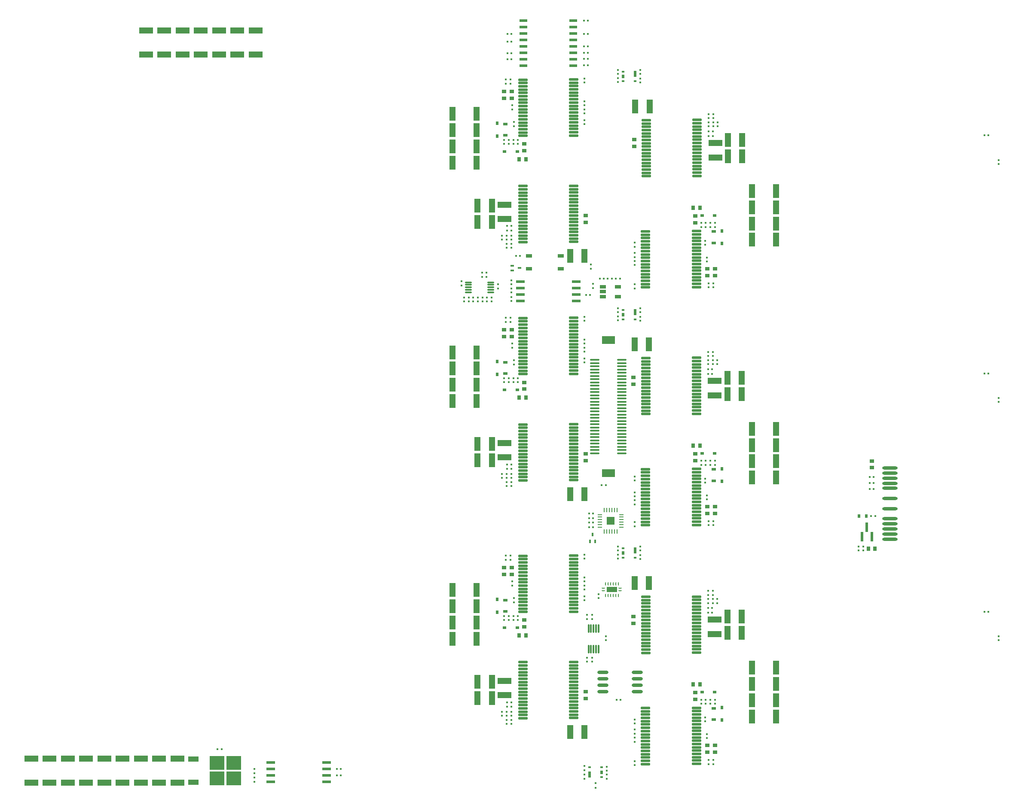
<source format=gtp>
G04*
G04 #@! TF.GenerationSoftware,Altium Limited,Altium Designer,24.9.1 (31)*
G04*
G04 Layer_Color=8421504*
%FSLAX44Y44*%
%MOMM*%
G71*
G04*
G04 #@! TF.SameCoordinates,25B5EA7A-0A89-4A72-9C9E-8463CCD4450D*
G04*
G04*
G04 #@! TF.FilePolarity,Positive*
G04*
G01*
G75*
%ADD17R,2.1000X1.1000*%
%ADD18R,3.0000X2.7000*%
%ADD19R,3.0000X2.7000*%
%ADD20R,0.6000X1.9000*%
%ADD21R,0.6000X0.8000*%
%ADD22R,0.7000X0.8500*%
%ADD23R,0.4500X0.4500*%
%ADD24R,0.4500X0.4500*%
%ADD25R,0.8500X0.7000*%
%ADD26O,3.0000X0.6000*%
%ADD27O,2.2000X0.6000*%
%ADD28R,0.4000X0.7500*%
%ADD29R,0.7500X0.4000*%
%ADD30O,1.4500X0.3000*%
%ADD31R,1.2000X0.8000*%
%ADD32R,1.8000X0.6000*%
%ADD33R,1.2500X2.7000*%
%ADD34R,0.8300X0.6300*%
%ADD35R,0.8000X0.6000*%
%ADD36R,2.7000X1.2500*%
%ADD37R,0.9500X0.8000*%
%ADD38R,0.8000X0.9500*%
G04:AMPARAMS|DCode=39|XSize=0.65mm|YSize=1.2mm|CornerRadius=0.0488mm|HoleSize=0mm|Usage=FLASHONLY|Rotation=90.000|XOffset=0mm|YOffset=0mm|HoleType=Round|Shape=RoundedRectangle|*
%AMROUNDEDRECTD39*
21,1,0.6500,1.1025,0,0,90.0*
21,1,0.5525,1.2000,0,0,90.0*
1,1,0.0975,0.5513,0.2763*
1,1,0.0975,0.5513,-0.2763*
1,1,0.0975,-0.5513,-0.2763*
1,1,0.0975,-0.5513,0.2763*
%
%ADD39ROUNDEDRECTD39*%
%ADD40R,1.6500X0.6000*%
%ADD41O,0.3000X1.7000*%
G04:AMPARAMS|DCode=42|XSize=0.25mm|YSize=0.6mm|CornerRadius=0.0625mm|HoleSize=0mm|Usage=FLASHONLY|Rotation=180.000|XOffset=0mm|YOffset=0mm|HoleType=Round|Shape=RoundedRectangle|*
%AMROUNDEDRECTD42*
21,1,0.2500,0.4750,0,0,180.0*
21,1,0.1250,0.6000,0,0,180.0*
1,1,0.1250,-0.0625,0.2375*
1,1,0.1250,0.0625,0.2375*
1,1,0.1250,0.0625,-0.2375*
1,1,0.1250,-0.0625,-0.2375*
%
%ADD42ROUNDEDRECTD42*%
G04:AMPARAMS|DCode=43|XSize=0.25mm|YSize=0.6mm|CornerRadius=0.0625mm|HoleSize=0mm|Usage=FLASHONLY|Rotation=270.000|XOffset=0mm|YOffset=0mm|HoleType=Round|Shape=RoundedRectangle|*
%AMROUNDEDRECTD43*
21,1,0.2500,0.4750,0,0,270.0*
21,1,0.1250,0.6000,0,0,270.0*
1,1,0.1250,-0.2375,-0.0625*
1,1,0.1250,-0.2375,0.0625*
1,1,0.1250,0.2375,0.0625*
1,1,0.1250,0.2375,-0.0625*
%
%ADD43ROUNDEDRECTD43*%
%ADD44R,2.0000X1.0000*%
%ADD45O,0.2400X0.9000*%
%ADD46O,0.9000X0.2400*%
%ADD47R,0.5000X0.4000*%
%ADD48R,0.5000X0.7500*%
%ADD49R,0.5000X1.3000*%
G04:AMPARAMS|DCode=50|XSize=0.45mm|YSize=1.9mm|CornerRadius=0.1125mm|HoleSize=0mm|Usage=FLASHONLY|Rotation=90.000|XOffset=0mm|YOffset=0mm|HoleType=Round|Shape=RoundedRectangle|*
%AMROUNDEDRECTD50*
21,1,0.4500,1.6750,0,0,90.0*
21,1,0.2250,1.9000,0,0,90.0*
1,1,0.2250,0.8375,0.1125*
1,1,0.2250,0.8375,-0.1125*
1,1,0.2250,-0.8375,-0.1125*
1,1,0.2250,-0.8375,0.1125*
%
%ADD50ROUNDEDRECTD50*%
G04:AMPARAMS|DCode=51|XSize=0.35mm|YSize=1.8mm|CornerRadius=0.0875mm|HoleSize=0mm|Usage=FLASHONLY|Rotation=90.000|XOffset=0mm|YOffset=0mm|HoleType=Round|Shape=RoundedRectangle|*
%AMROUNDEDRECTD51*
21,1,0.3500,1.6250,0,0,90.0*
21,1,0.1750,1.8000,0,0,90.0*
1,1,0.1750,0.8125,0.0875*
1,1,0.1750,0.8125,-0.0875*
1,1,0.1750,-0.8125,-0.0875*
1,1,0.1750,-0.8125,0.0875*
%
%ADD51ROUNDEDRECTD51*%
%ADD52R,2.6000X1.6000*%
G36*
X12000Y-233000D02*
X-3000D01*
Y-218000D01*
X12000D01*
Y-233000D01*
D02*
G37*
D17*
X-817798Y-695201D02*
D03*
X-817798Y-740800D02*
D03*
D18*
X-738304Y-702996D02*
D03*
X-738304Y-732995D02*
D03*
D19*
X-771299Y-702998D02*
D03*
X-771299Y-732998D02*
D03*
D20*
X509400Y-237800D02*
D03*
X519000Y-257000D02*
D03*
X499800D02*
D03*
D21*
X508000Y-216000D02*
D03*
X494000D02*
D03*
X-219000Y558500D02*
D03*
Y533500D02*
D03*
Y63500D02*
D03*
Y88500D02*
D03*
Y-380500D02*
D03*
Y-405500D02*
D03*
X224000Y321500D02*
D03*
Y346500D02*
D03*
Y-122500D02*
D03*
Y-147500D02*
D03*
Y-593500D02*
D03*
Y-618500D02*
D03*
D22*
X512750Y-280000D02*
D03*
X525250D02*
D03*
D23*
X769000Y478000D02*
D03*
Y486000D02*
D03*
Y9000D02*
D03*
Y17000D02*
D03*
X769000Y-461000D02*
D03*
Y-453000D02*
D03*
X493000Y-284000D02*
D03*
Y-276000D02*
D03*
X502000Y-276000D02*
D03*
Y-284000D02*
D03*
X-230000Y207000D02*
D03*
Y215000D02*
D03*
X-239000Y215000D02*
D03*
Y207000D02*
D03*
X-266000Y207000D02*
D03*
Y215000D02*
D03*
X-275000Y215000D02*
D03*
Y207000D02*
D03*
X-248000Y207000D02*
D03*
Y215000D02*
D03*
X-257000Y215000D02*
D03*
Y207000D02*
D03*
X-289000Y239000D02*
D03*
Y247000D02*
D03*
X-217000Y241000D02*
D03*
Y233000D02*
D03*
X-249000Y256000D02*
D03*
Y264000D02*
D03*
X-191000Y249000D02*
D03*
Y241000D02*
D03*
X-240000Y256000D02*
D03*
Y264000D02*
D03*
X-284000Y207000D02*
D03*
Y215000D02*
D03*
X-34000Y272000D02*
D03*
Y280000D02*
D03*
X-30000Y242000D02*
D03*
Y234000D02*
D03*
X-191000Y216000D02*
D03*
Y208000D02*
D03*
Y233000D02*
D03*
Y225000D02*
D03*
X-200250Y313000D02*
D03*
Y321000D02*
D03*
Y337000D02*
D03*
Y329000D02*
D03*
X-209250Y337000D02*
D03*
Y329000D02*
D03*
X-178000Y518000D02*
D03*
Y526000D02*
D03*
X-196000D02*
D03*
Y518000D02*
D03*
X-191250Y321000D02*
D03*
Y313000D02*
D03*
Y329000D02*
D03*
Y337000D02*
D03*
X-202000Y645000D02*
D03*
Y637000D02*
D03*
X-193000Y645000D02*
D03*
Y637000D02*
D03*
X-189000Y594000D02*
D03*
Y586000D02*
D03*
X-186000Y553000D02*
D03*
Y561000D02*
D03*
X-187000Y518000D02*
D03*
Y526000D02*
D03*
X-205000Y518000D02*
D03*
Y526000D02*
D03*
X-200250Y-157000D02*
D03*
Y-149000D02*
D03*
Y-133000D02*
D03*
Y-141000D02*
D03*
X-209250Y-133000D02*
D03*
Y-141000D02*
D03*
X-178000Y48000D02*
D03*
Y56000D02*
D03*
X-196000Y48000D02*
D03*
Y56000D02*
D03*
X-191250Y-149000D02*
D03*
Y-157000D02*
D03*
Y-141000D02*
D03*
Y-133000D02*
D03*
X-202000Y175000D02*
D03*
Y167000D02*
D03*
X-193000Y175000D02*
D03*
Y167000D02*
D03*
X-189000Y124000D02*
D03*
Y116000D02*
D03*
X-186000Y83000D02*
D03*
Y91000D02*
D03*
X-187000Y48000D02*
D03*
Y56000D02*
D03*
X-205000Y48000D02*
D03*
Y56000D02*
D03*
X-47000Y565000D02*
D03*
Y557000D02*
D03*
Y95000D02*
D03*
Y87000D02*
D03*
Y-374000D02*
D03*
Y-382000D02*
D03*
X52000Y315000D02*
D03*
Y323000D02*
D03*
Y-146000D02*
D03*
Y-138000D02*
D03*
Y-625000D02*
D03*
Y-617000D02*
D03*
X-47000Y594000D02*
D03*
Y602000D02*
D03*
Y124000D02*
D03*
Y132000D02*
D03*
Y-345000D02*
D03*
Y-337000D02*
D03*
X52000Y287000D02*
D03*
Y279000D02*
D03*
Y-185000D02*
D03*
Y-193000D02*
D03*
Y-653000D02*
D03*
Y-661000D02*
D03*
X-3000Y-726000D02*
D03*
Y-734000D02*
D03*
X19000Y656000D02*
D03*
Y664000D02*
D03*
Y186000D02*
D03*
Y194000D02*
D03*
Y-276000D02*
D03*
Y-284000D02*
D03*
X-47000Y-734000D02*
D03*
Y-726000D02*
D03*
X63000Y664000D02*
D03*
Y656000D02*
D03*
Y194000D02*
D03*
Y186000D02*
D03*
Y-284000D02*
D03*
Y-276000D02*
D03*
X206750Y576498D02*
D03*
Y568498D02*
D03*
X205750Y107498D02*
D03*
Y99498D02*
D03*
X-200250Y-626000D02*
D03*
Y-618000D02*
D03*
X205750Y-371502D02*
D03*
Y-363502D02*
D03*
X206750Y552498D02*
D03*
Y560498D02*
D03*
X205750Y83498D02*
D03*
Y91498D02*
D03*
X-200250Y-602000D02*
D03*
Y-610000D02*
D03*
X205750Y-379502D02*
D03*
Y-387502D02*
D03*
X215750Y552498D02*
D03*
Y560498D02*
D03*
X214750Y83498D02*
D03*
Y91498D02*
D03*
X-209250Y-602000D02*
D03*
Y-610000D02*
D03*
X214750Y-379502D02*
D03*
Y-387502D02*
D03*
X-178000Y-421000D02*
D03*
Y-413000D02*
D03*
X183000Y362000D02*
D03*
Y354000D02*
D03*
Y-107000D02*
D03*
Y-115000D02*
D03*
Y-578000D02*
D03*
Y-586000D02*
D03*
X-196000Y-413000D02*
D03*
Y-421000D02*
D03*
X201000Y354000D02*
D03*
Y362000D02*
D03*
Y-107000D02*
D03*
Y-115000D02*
D03*
Y-578000D02*
D03*
Y-586000D02*
D03*
X-5000Y-461000D02*
D03*
Y-453000D02*
D03*
X-19000Y-370000D02*
D03*
Y-378000D02*
D03*
X-32000Y-495000D02*
D03*
Y-503000D02*
D03*
X-42000Y-495000D02*
D03*
Y-503000D02*
D03*
Y-419000D02*
D03*
Y-411000D02*
D03*
X-32000D02*
D03*
Y-419000D02*
D03*
X-3000Y-710000D02*
D03*
Y-718000D02*
D03*
X19000Y640000D02*
D03*
Y648000D02*
D03*
Y170000D02*
D03*
Y178000D02*
D03*
Y-292000D02*
D03*
Y-300000D02*
D03*
X-47000Y-709000D02*
D03*
Y-717000D02*
D03*
X63000Y639000D02*
D03*
Y647000D02*
D03*
Y169000D02*
D03*
Y177000D02*
D03*
Y-293000D02*
D03*
Y-301000D02*
D03*
X197750Y568498D02*
D03*
Y576498D02*
D03*
X196750Y99498D02*
D03*
Y107498D02*
D03*
X-191250Y-618000D02*
D03*
Y-626000D02*
D03*
X196750Y-363502D02*
D03*
Y-371502D02*
D03*
X197750Y560498D02*
D03*
Y552498D02*
D03*
X196750Y91498D02*
D03*
Y83498D02*
D03*
X-191250Y-610000D02*
D03*
Y-602000D02*
D03*
X196750Y-387502D02*
D03*
Y-379502D02*
D03*
X-202000Y-294000D02*
D03*
Y-302000D02*
D03*
X207000Y235000D02*
D03*
Y243000D02*
D03*
Y-234000D02*
D03*
Y-226000D02*
D03*
Y-705000D02*
D03*
Y-697000D02*
D03*
X-193000Y-294000D02*
D03*
Y-302000D02*
D03*
X198000Y235000D02*
D03*
Y243000D02*
D03*
Y-234000D02*
D03*
Y-226000D02*
D03*
Y-705000D02*
D03*
Y-697000D02*
D03*
X-47000Y639000D02*
D03*
Y647000D02*
D03*
Y177000D02*
D03*
Y169000D02*
D03*
Y-300000D02*
D03*
Y-292000D02*
D03*
X52000Y241000D02*
D03*
Y233000D02*
D03*
Y-236000D02*
D03*
Y-228000D02*
D03*
Y-707000D02*
D03*
Y-699000D02*
D03*
X-47000Y586000D02*
D03*
Y578000D02*
D03*
Y108000D02*
D03*
Y116000D02*
D03*
Y-353000D02*
D03*
Y-361000D02*
D03*
X52000Y295000D02*
D03*
Y303000D02*
D03*
Y-169000D02*
D03*
Y-177000D02*
D03*
Y-637000D02*
D03*
Y-645000D02*
D03*
X-189000Y-345000D02*
D03*
Y-353000D02*
D03*
X194000Y286000D02*
D03*
Y294000D02*
D03*
Y-183000D02*
D03*
Y-175000D02*
D03*
Y-654000D02*
D03*
Y-646000D02*
D03*
X-186000Y-386000D02*
D03*
Y-378000D02*
D03*
X191000Y327000D02*
D03*
Y319000D02*
D03*
Y-142000D02*
D03*
Y-150000D02*
D03*
Y-613000D02*
D03*
Y-621000D02*
D03*
X-187000Y-421000D02*
D03*
Y-413000D02*
D03*
X192000Y362000D02*
D03*
Y354000D02*
D03*
Y-107000D02*
D03*
Y-115000D02*
D03*
Y-578000D02*
D03*
Y-586000D02*
D03*
X-205000Y-421000D02*
D03*
Y-413000D02*
D03*
X210000Y362000D02*
D03*
Y354000D02*
D03*
Y-107000D02*
D03*
Y-115000D02*
D03*
Y-578000D02*
D03*
Y-586000D02*
D03*
X-697000Y-732000D02*
D03*
Y-740000D02*
D03*
Y-723000D02*
D03*
Y-715000D02*
D03*
D24*
X526000Y-216000D02*
D03*
X518000D02*
D03*
X515000Y-139000D02*
D03*
X523000D02*
D03*
X741000Y-405000D02*
D03*
X749000D02*
D03*
X515000Y-151000D02*
D03*
X523000D02*
D03*
X741000Y65000D02*
D03*
X749000D02*
D03*
X515000Y-163000D02*
D03*
X523000D02*
D03*
X741000Y535000D02*
D03*
X749000D02*
D03*
X24000Y-578000D02*
D03*
X16000D02*
D03*
X-36000Y220000D02*
D03*
X-44000D02*
D03*
X-182000Y297000D02*
D03*
X-174000D02*
D03*
X-191250Y347000D02*
D03*
X-199250D02*
D03*
X-191250Y356000D02*
D03*
X-199250D02*
D03*
X-191250Y-123000D02*
D03*
X-199250D02*
D03*
X-191250Y-114000D02*
D03*
X-199250D02*
D03*
X-9000Y252000D02*
D03*
X-17000D02*
D03*
X7000D02*
D03*
X-1000D02*
D03*
X15000D02*
D03*
X23000D02*
D03*
X-40000Y673000D02*
D03*
X-48000D02*
D03*
X-40000Y698000D02*
D03*
X-48000D02*
D03*
X-191000Y685000D02*
D03*
X-199000D02*
D03*
X-48000Y735000D02*
D03*
X-40000D02*
D03*
X-38000Y-211000D02*
D03*
X-30000D02*
D03*
X-38000Y-238000D02*
D03*
X-30000D02*
D03*
X-38000Y-229000D02*
D03*
X-30000D02*
D03*
X197750Y542498D02*
D03*
X205750D02*
D03*
X196750Y73498D02*
D03*
X204750D02*
D03*
X-191250Y-592000D02*
D03*
X-199250D02*
D03*
X204750Y-397502D02*
D03*
X196750D02*
D03*
X197750Y533498D02*
D03*
X205750D02*
D03*
X196750Y64498D02*
D03*
X204750D02*
D03*
X-191250Y-583000D02*
D03*
X-199250D02*
D03*
X204750Y-406502D02*
D03*
X196750D02*
D03*
X-25000Y-751500D02*
D03*
Y-742500D02*
D03*
X-5000Y-155000D02*
D03*
X-13000D02*
D03*
X-199000Y697000D02*
D03*
X-191000D02*
D03*
X-40000Y686000D02*
D03*
X-48000D02*
D03*
X-199000Y720000D02*
D03*
X-191000D02*
D03*
X-48000Y710000D02*
D03*
X-40000D02*
D03*
X-48000Y761000D02*
D03*
X-40000D02*
D03*
X-199000Y735000D02*
D03*
X-191000D02*
D03*
X-30000Y-220000D02*
D03*
X-38000D02*
D03*
X-527000Y-715000D02*
D03*
X-535000D02*
D03*
X-770000Y-676000D02*
D03*
X-762000D02*
D03*
X-527000Y-727000D02*
D03*
X-535000D02*
D03*
D25*
X519000Y-120250D02*
D03*
Y-107750D02*
D03*
D26*
X555000Y-131300D02*
D03*
Y-151300D02*
D03*
Y-231300D02*
D03*
Y-251300D02*
D03*
Y-121300D02*
D03*
Y-141300D02*
D03*
Y-161300D02*
D03*
Y-181300D02*
D03*
Y-201300D02*
D03*
Y-221300D02*
D03*
Y-241300D02*
D03*
Y-261300D02*
D03*
D27*
X57000Y-562050D02*
D03*
Y-549350D02*
D03*
Y-536650D02*
D03*
Y-523950D02*
D03*
X-11000Y-562050D02*
D03*
Y-549350D02*
D03*
Y-536650D02*
D03*
Y-523950D02*
D03*
D28*
X-31000Y-252000D02*
D03*
X-26000Y-266000D02*
D03*
X-36000D02*
D03*
D29*
X-175000Y273000D02*
D03*
X-189000Y268000D02*
D03*
Y278000D02*
D03*
D30*
X-232000Y245000D02*
D03*
Y240000D02*
D03*
Y235000D02*
D03*
Y230000D02*
D03*
Y225000D02*
D03*
X-276000D02*
D03*
Y230000D02*
D03*
Y235000D02*
D03*
Y240000D02*
D03*
Y245000D02*
D03*
D31*
X-93500Y296700D02*
D03*
Y271300D02*
D03*
X-156500D02*
D03*
Y296700D02*
D03*
D32*
X-63000Y207950D02*
D03*
X-173000D02*
D03*
Y220650D02*
D03*
X-63000D02*
D03*
Y233350D02*
D03*
Y246050D02*
D03*
X-173000D02*
D03*
Y233350D02*
D03*
X-555000Y-740050D02*
D03*
X-665000D02*
D03*
Y-727350D02*
D03*
X-555000D02*
D03*
Y-714650D02*
D03*
Y-701950D02*
D03*
X-665000D02*
D03*
Y-714650D02*
D03*
D33*
X-260000Y577000D02*
D03*
X-307000D02*
D03*
Y481000D02*
D03*
X-260000D02*
D03*
X-307000Y513000D02*
D03*
X-260000D02*
D03*
Y545000D02*
D03*
X-307000D02*
D03*
X-229000Y396000D02*
D03*
X-257500D02*
D03*
X-257500Y364000D02*
D03*
X-229000D02*
D03*
X-260000Y107000D02*
D03*
X-307000D02*
D03*
Y11000D02*
D03*
X-260000D02*
D03*
X-307000Y43000D02*
D03*
X-260000D02*
D03*
Y75000D02*
D03*
X-307000D02*
D03*
X-229000Y-74000D02*
D03*
X-257500D02*
D03*
X-257500Y-106000D02*
D03*
X-229000D02*
D03*
X-260000Y-362000D02*
D03*
X-307000D02*
D03*
X283500Y329000D02*
D03*
X330500D02*
D03*
X283500Y-140000D02*
D03*
X330500D02*
D03*
X283500Y-611000D02*
D03*
X330500D02*
D03*
X-307000Y-458000D02*
D03*
X-260000D02*
D03*
X330500Y425000D02*
D03*
X283500D02*
D03*
X330500Y-44000D02*
D03*
X283500D02*
D03*
X330500Y-515000D02*
D03*
X283500D02*
D03*
X-307000Y-426000D02*
D03*
X-260000D02*
D03*
X330500Y393000D02*
D03*
X283500D02*
D03*
X330500Y-76000D02*
D03*
X283500D02*
D03*
X330500Y-547000D02*
D03*
X283500D02*
D03*
X-260000Y-394000D02*
D03*
X-307000D02*
D03*
X283500Y361000D02*
D03*
X330500D02*
D03*
X283500Y-108000D02*
D03*
X330500D02*
D03*
X283500Y-579000D02*
D03*
X330500D02*
D03*
X235500Y493498D02*
D03*
X264000D02*
D03*
X234500Y24498D02*
D03*
X263000D02*
D03*
X-229000Y-543000D02*
D03*
X-257500D02*
D03*
X234500Y-446502D02*
D03*
X263000D02*
D03*
X-46750Y297000D02*
D03*
X-75250D02*
D03*
X52750Y592000D02*
D03*
X81250D02*
D03*
X-46750Y-173000D02*
D03*
X-75250D02*
D03*
X51750Y123000D02*
D03*
X80250D02*
D03*
X-46750Y-642000D02*
D03*
X-75250D02*
D03*
X51750Y-348000D02*
D03*
X80250D02*
D03*
X264000Y525498D02*
D03*
X235500D02*
D03*
X263000Y56498D02*
D03*
X234500D02*
D03*
X-257500Y-575000D02*
D03*
X-229000D02*
D03*
X263000Y-414502D02*
D03*
X234500D02*
D03*
D34*
X-203000Y534850D02*
D03*
Y557150D02*
D03*
Y64850D02*
D03*
Y87150D02*
D03*
Y-404150D02*
D03*
Y-381850D02*
D03*
X208000Y345150D02*
D03*
Y322850D02*
D03*
Y-123850D02*
D03*
Y-146150D02*
D03*
Y-594850D02*
D03*
Y-617150D02*
D03*
D35*
X-179500Y503000D02*
D03*
X-204500D02*
D03*
X-179500Y33000D02*
D03*
X-204500D02*
D03*
X-179500Y-436000D02*
D03*
X-204500D02*
D03*
X184500Y377000D02*
D03*
X209500D02*
D03*
Y-92000D02*
D03*
X184500D02*
D03*
X209500Y-563000D02*
D03*
X184500D02*
D03*
D36*
X-204250Y398250D02*
D03*
Y369750D02*
D03*
Y-71750D02*
D03*
Y-100250D02*
D03*
X210750Y491248D02*
D03*
Y519748D02*
D03*
X209750Y22248D02*
D03*
Y50748D02*
D03*
X-204250Y-540750D02*
D03*
Y-569250D02*
D03*
X209750Y-448752D02*
D03*
Y-420252D02*
D03*
X-1137000Y-741500D02*
D03*
Y-694500D02*
D03*
X-1101000Y-741500D02*
D03*
Y-694500D02*
D03*
X-921000Y-741500D02*
D03*
Y-694500D02*
D03*
X-957000D02*
D03*
Y-741500D02*
D03*
X-993000D02*
D03*
Y-694500D02*
D03*
X-1029000D02*
D03*
Y-741500D02*
D03*
X-1065000D02*
D03*
Y-694500D02*
D03*
X-849000Y-741500D02*
D03*
Y-694500D02*
D03*
X-885000D02*
D03*
Y-741500D02*
D03*
X-695000Y741500D02*
D03*
Y694500D02*
D03*
X-731000D02*
D03*
Y741500D02*
D03*
X-767000D02*
D03*
Y694500D02*
D03*
X-803000D02*
D03*
Y741500D02*
D03*
X-839000D02*
D03*
Y694500D02*
D03*
X-875000D02*
D03*
Y741500D02*
D03*
X-911000D02*
D03*
Y694500D02*
D03*
D37*
X-205000Y608250D02*
D03*
Y621750D02*
D03*
X-190000Y608250D02*
D03*
Y621750D02*
D03*
X-166000Y504250D02*
D03*
Y517750D02*
D03*
X-205000Y138250D02*
D03*
Y151750D02*
D03*
X-190000Y138250D02*
D03*
Y151750D02*
D03*
X-166000Y34250D02*
D03*
Y47750D02*
D03*
X-44250Y363250D02*
D03*
Y376750D02*
D03*
X50750Y526248D02*
D03*
Y512748D02*
D03*
X-44250Y-106750D02*
D03*
Y-93250D02*
D03*
X49750Y57248D02*
D03*
Y43748D02*
D03*
X-44250Y-575750D02*
D03*
Y-562250D02*
D03*
X49750Y-413752D02*
D03*
Y-427252D02*
D03*
X-205000Y-330750D02*
D03*
Y-317250D02*
D03*
X210000Y271750D02*
D03*
Y258250D02*
D03*
Y-197250D02*
D03*
Y-210750D02*
D03*
Y-668250D02*
D03*
Y-681750D02*
D03*
X-190000Y-330750D02*
D03*
Y-317250D02*
D03*
X195000Y271750D02*
D03*
Y258250D02*
D03*
Y-197250D02*
D03*
Y-210750D02*
D03*
Y-668250D02*
D03*
Y-681750D02*
D03*
X-166000Y-434750D02*
D03*
Y-421250D02*
D03*
X171000Y375750D02*
D03*
Y362250D02*
D03*
Y-93250D02*
D03*
Y-106750D02*
D03*
Y-564250D02*
D03*
Y-577750D02*
D03*
D38*
X-175750Y488000D02*
D03*
X-162250D02*
D03*
X-175750Y18000D02*
D03*
X-162250D02*
D03*
X-175750Y-451000D02*
D03*
X-162250D02*
D03*
X180750Y392000D02*
D03*
X167250D02*
D03*
X180750Y-77000D02*
D03*
X167250D02*
D03*
X180750Y-548000D02*
D03*
X167250D02*
D03*
D39*
X-10500Y236000D02*
D03*
Y226500D02*
D03*
Y217000D02*
D03*
X19000D02*
D03*
Y236000D02*
D03*
D40*
X-167000Y760800D02*
D03*
Y748100D02*
D03*
Y735400D02*
D03*
Y722700D02*
D03*
Y710000D02*
D03*
Y697300D02*
D03*
Y684600D02*
D03*
Y671900D02*
D03*
X-69500D02*
D03*
Y684600D02*
D03*
Y697300D02*
D03*
Y710000D02*
D03*
Y722700D02*
D03*
Y735400D02*
D03*
Y748100D02*
D03*
Y760800D02*
D03*
D41*
X-39000Y-478500D02*
D03*
X-34000D02*
D03*
X-29000D02*
D03*
X-24000D02*
D03*
X-19000D02*
D03*
X-39000Y-437500D02*
D03*
X-34000D02*
D03*
X-29000D02*
D03*
X-24000D02*
D03*
X-19000D02*
D03*
D42*
X-5500Y-372500D02*
D03*
X-500D02*
D03*
X4500D02*
D03*
X9500D02*
D03*
X14500D02*
D03*
X19500D02*
D03*
Y-349500D02*
D03*
X14500D02*
D03*
X9500D02*
D03*
X4500D02*
D03*
X-500D02*
D03*
X-5500D02*
D03*
D43*
X23500Y-363500D02*
D03*
Y-358500D02*
D03*
X-9500Y-363500D02*
D03*
Y-358500D02*
D03*
D44*
X7000Y-361000D02*
D03*
D45*
X-8000Y-246500D02*
D03*
X-3000D02*
D03*
X2000D02*
D03*
X7000D02*
D03*
X12000D02*
D03*
X17000D02*
D03*
Y-204500D02*
D03*
X12000D02*
D03*
X7000D02*
D03*
X2000D02*
D03*
X-3000D02*
D03*
X-8000D02*
D03*
D46*
X25500Y-238000D02*
D03*
Y-233000D02*
D03*
Y-228000D02*
D03*
Y-223000D02*
D03*
Y-218000D02*
D03*
Y-213000D02*
D03*
X-16500Y-223000D02*
D03*
Y-213000D02*
D03*
Y-218000D02*
D03*
Y-238000D02*
D03*
Y-233000D02*
D03*
Y-228000D02*
D03*
D47*
X-13000Y-730500D02*
D03*
Y-711500D02*
D03*
X-37000D02*
D03*
X29000Y660500D02*
D03*
Y641500D02*
D03*
X53000D02*
D03*
X29000Y190500D02*
D03*
Y171500D02*
D03*
X53000D02*
D03*
Y-298500D02*
D03*
X29000D02*
D03*
Y-279500D02*
D03*
D48*
X-13000Y-721000D02*
D03*
X29000Y651000D02*
D03*
Y181000D02*
D03*
Y-289000D02*
D03*
D49*
X-37000Y-726000D02*
D03*
X53000Y656000D02*
D03*
Y186000D02*
D03*
Y-284000D02*
D03*
D50*
X-68250Y324749D02*
D03*
Y331249D02*
D03*
Y337749D02*
D03*
Y344249D02*
D03*
Y350750D02*
D03*
Y357250D02*
D03*
Y363750D02*
D03*
Y370250D02*
D03*
Y376750D02*
D03*
Y383250D02*
D03*
Y389750D02*
D03*
Y396250D02*
D03*
Y402751D02*
D03*
Y409251D02*
D03*
Y415751D02*
D03*
Y422251D02*
D03*
Y428751D02*
D03*
Y435251D02*
D03*
X-168250Y434750D02*
D03*
Y428250D02*
D03*
Y421750D02*
D03*
Y415250D02*
D03*
Y408750D02*
D03*
Y402249D02*
D03*
Y395749D02*
D03*
Y389249D02*
D03*
Y382749D02*
D03*
Y376249D02*
D03*
Y369749D02*
D03*
Y363249D02*
D03*
Y356749D02*
D03*
Y350249D02*
D03*
Y343748D02*
D03*
Y337248D02*
D03*
Y330748D02*
D03*
Y324248D02*
D03*
X174750Y565250D02*
D03*
Y558750D02*
D03*
Y552250D02*
D03*
Y545750D02*
D03*
Y539249D02*
D03*
Y532749D02*
D03*
Y526249D02*
D03*
Y519749D02*
D03*
Y513249D02*
D03*
Y506749D02*
D03*
Y500249D02*
D03*
Y493749D02*
D03*
Y487249D02*
D03*
Y480748D02*
D03*
Y474248D02*
D03*
Y467748D02*
D03*
Y461248D02*
D03*
Y454748D02*
D03*
X74750Y454247D02*
D03*
Y460747D02*
D03*
Y467247D02*
D03*
Y473747D02*
D03*
Y480247D02*
D03*
Y486748D02*
D03*
Y493248D02*
D03*
Y499748D02*
D03*
Y506248D02*
D03*
Y512748D02*
D03*
Y519248D02*
D03*
Y525748D02*
D03*
Y532248D02*
D03*
Y538749D02*
D03*
Y545249D02*
D03*
Y551749D02*
D03*
Y558249D02*
D03*
Y564749D02*
D03*
X-168250Y-145752D02*
D03*
Y-139252D02*
D03*
Y-132752D02*
D03*
Y-126252D02*
D03*
Y-119751D02*
D03*
Y-113251D02*
D03*
Y-106751D02*
D03*
Y-100251D02*
D03*
Y-93751D02*
D03*
Y-87251D02*
D03*
Y-80751D02*
D03*
Y-74251D02*
D03*
Y-67751D02*
D03*
Y-61250D02*
D03*
Y-54750D02*
D03*
Y-48250D02*
D03*
Y-41750D02*
D03*
Y-35250D02*
D03*
X-68250Y-34749D02*
D03*
Y-41249D02*
D03*
Y-47749D02*
D03*
Y-54249D02*
D03*
Y-60749D02*
D03*
Y-67249D02*
D03*
Y-73750D02*
D03*
Y-80250D02*
D03*
Y-86750D02*
D03*
Y-93250D02*
D03*
Y-99750D02*
D03*
Y-106250D02*
D03*
Y-112750D02*
D03*
Y-119250D02*
D03*
Y-125751D02*
D03*
Y-132251D02*
D03*
Y-138751D02*
D03*
Y-145251D02*
D03*
X173750Y96250D02*
D03*
Y89750D02*
D03*
Y83250D02*
D03*
Y76750D02*
D03*
Y70250D02*
D03*
Y63749D02*
D03*
Y57249D02*
D03*
Y50749D02*
D03*
Y44249D02*
D03*
Y37749D02*
D03*
Y31249D02*
D03*
Y24749D02*
D03*
Y18249D02*
D03*
Y11748D02*
D03*
Y5248D02*
D03*
Y-1252D02*
D03*
Y-7752D02*
D03*
Y-14252D02*
D03*
X73750Y-14753D02*
D03*
Y-8253D02*
D03*
Y-1753D02*
D03*
Y4747D02*
D03*
Y11248D02*
D03*
Y17748D02*
D03*
Y24248D02*
D03*
Y30748D02*
D03*
Y37248D02*
D03*
Y43748D02*
D03*
Y50248D02*
D03*
Y56748D02*
D03*
Y63248D02*
D03*
Y69749D02*
D03*
Y76249D02*
D03*
Y82749D02*
D03*
Y89249D02*
D03*
Y95749D02*
D03*
X-168250Y-614752D02*
D03*
Y-608252D02*
D03*
Y-601752D02*
D03*
Y-595252D02*
D03*
Y-588751D02*
D03*
Y-582251D02*
D03*
Y-575751D02*
D03*
Y-569251D02*
D03*
Y-562751D02*
D03*
Y-556251D02*
D03*
Y-549751D02*
D03*
Y-543251D02*
D03*
Y-536750D02*
D03*
Y-530250D02*
D03*
Y-523750D02*
D03*
Y-517250D02*
D03*
Y-510750D02*
D03*
Y-504250D02*
D03*
X-68250Y-503749D02*
D03*
Y-510249D02*
D03*
Y-516749D02*
D03*
Y-523249D02*
D03*
Y-529749D02*
D03*
Y-536250D02*
D03*
Y-542750D02*
D03*
Y-549250D02*
D03*
Y-555750D02*
D03*
Y-562250D02*
D03*
Y-568750D02*
D03*
Y-575250D02*
D03*
Y-581750D02*
D03*
Y-588250D02*
D03*
Y-594751D02*
D03*
Y-601251D02*
D03*
Y-607751D02*
D03*
Y-614251D02*
D03*
X73750Y-375251D02*
D03*
Y-381751D02*
D03*
Y-388251D02*
D03*
Y-394751D02*
D03*
Y-401251D02*
D03*
Y-407752D02*
D03*
Y-414252D02*
D03*
Y-420752D02*
D03*
Y-427252D02*
D03*
Y-433752D02*
D03*
Y-440252D02*
D03*
Y-446752D02*
D03*
Y-453252D02*
D03*
Y-459753D02*
D03*
Y-466253D02*
D03*
Y-472753D02*
D03*
Y-479253D02*
D03*
Y-485753D02*
D03*
X173750Y-485252D02*
D03*
Y-478752D02*
D03*
Y-472252D02*
D03*
Y-465752D02*
D03*
Y-459252D02*
D03*
Y-452751D02*
D03*
Y-446251D02*
D03*
Y-439751D02*
D03*
Y-433251D02*
D03*
Y-426751D02*
D03*
Y-420251D02*
D03*
Y-413751D02*
D03*
Y-407251D02*
D03*
Y-400751D02*
D03*
Y-394250D02*
D03*
Y-387750D02*
D03*
Y-381250D02*
D03*
Y-374750D02*
D03*
X-168500Y534000D02*
D03*
Y540500D02*
D03*
Y547000D02*
D03*
Y553500D02*
D03*
Y560000D02*
D03*
Y566501D02*
D03*
Y573001D02*
D03*
Y579501D02*
D03*
Y586001D02*
D03*
Y592501D02*
D03*
Y599001D02*
D03*
Y605501D02*
D03*
Y612001D02*
D03*
Y618502D02*
D03*
Y625002D02*
D03*
Y631502D02*
D03*
Y638002D02*
D03*
Y644502D02*
D03*
X-68500Y645003D02*
D03*
Y638503D02*
D03*
Y632003D02*
D03*
Y625503D02*
D03*
Y619002D02*
D03*
Y612502D02*
D03*
Y606002D02*
D03*
Y599502D02*
D03*
Y593002D02*
D03*
Y586502D02*
D03*
Y580002D02*
D03*
Y573502D02*
D03*
Y567002D02*
D03*
Y560502D02*
D03*
Y554001D02*
D03*
Y547501D02*
D03*
Y541001D02*
D03*
Y534501D02*
D03*
Y64501D02*
D03*
Y71001D02*
D03*
Y77501D02*
D03*
Y84001D02*
D03*
Y90501D02*
D03*
Y97002D02*
D03*
Y103502D02*
D03*
Y110002D02*
D03*
Y116502D02*
D03*
Y123002D02*
D03*
Y129502D02*
D03*
Y136002D02*
D03*
Y142502D02*
D03*
Y149003D02*
D03*
Y155503D02*
D03*
Y162003D02*
D03*
Y168503D02*
D03*
Y175003D02*
D03*
X-168500Y174502D02*
D03*
Y168002D02*
D03*
Y161502D02*
D03*
Y155002D02*
D03*
Y148502D02*
D03*
Y142001D02*
D03*
Y135501D02*
D03*
Y129001D02*
D03*
Y122501D02*
D03*
Y116001D02*
D03*
Y109501D02*
D03*
Y103001D02*
D03*
Y96501D02*
D03*
Y90000D02*
D03*
Y83500D02*
D03*
Y77000D02*
D03*
Y70500D02*
D03*
Y64000D02*
D03*
X-68500Y-404499D02*
D03*
Y-397999D02*
D03*
Y-391499D02*
D03*
Y-384999D02*
D03*
Y-378498D02*
D03*
Y-371998D02*
D03*
Y-365498D02*
D03*
Y-358998D02*
D03*
Y-352498D02*
D03*
Y-345998D02*
D03*
Y-339498D02*
D03*
Y-332998D02*
D03*
Y-326498D02*
D03*
Y-319998D02*
D03*
Y-313497D02*
D03*
Y-306997D02*
D03*
Y-300497D02*
D03*
Y-293997D02*
D03*
X-168500Y-294498D02*
D03*
Y-300998D02*
D03*
Y-307498D02*
D03*
Y-313998D02*
D03*
Y-320499D02*
D03*
Y-326999D02*
D03*
Y-333499D02*
D03*
Y-339999D02*
D03*
Y-346499D02*
D03*
Y-352999D02*
D03*
Y-359499D02*
D03*
Y-365999D02*
D03*
Y-372499D02*
D03*
Y-378999D02*
D03*
Y-385500D02*
D03*
Y-392000D02*
D03*
Y-398500D02*
D03*
Y-405000D02*
D03*
X173500Y346000D02*
D03*
Y339500D02*
D03*
Y333000D02*
D03*
Y326500D02*
D03*
Y320000D02*
D03*
Y313499D02*
D03*
Y306999D02*
D03*
Y300499D02*
D03*
Y293999D02*
D03*
Y287499D02*
D03*
Y280999D02*
D03*
Y274499D02*
D03*
Y267999D02*
D03*
Y261499D02*
D03*
Y254998D02*
D03*
Y248498D02*
D03*
Y241998D02*
D03*
Y235498D02*
D03*
X73500Y234997D02*
D03*
Y241497D02*
D03*
Y247997D02*
D03*
Y254497D02*
D03*
Y260998D02*
D03*
Y267498D02*
D03*
Y273998D02*
D03*
Y280498D02*
D03*
Y286998D02*
D03*
Y293498D02*
D03*
Y299998D02*
D03*
Y306498D02*
D03*
Y312998D02*
D03*
Y319499D02*
D03*
Y325999D02*
D03*
Y332499D02*
D03*
Y338999D02*
D03*
Y345499D02*
D03*
Y-123501D02*
D03*
Y-130001D02*
D03*
Y-136501D02*
D03*
Y-143001D02*
D03*
Y-149501D02*
D03*
Y-156002D02*
D03*
Y-162502D02*
D03*
Y-169002D02*
D03*
Y-175502D02*
D03*
Y-182002D02*
D03*
Y-188502D02*
D03*
Y-195002D02*
D03*
Y-201502D02*
D03*
Y-208002D02*
D03*
Y-214503D02*
D03*
Y-221003D02*
D03*
Y-227503D02*
D03*
Y-234003D02*
D03*
X173500Y-233502D02*
D03*
Y-227002D02*
D03*
Y-220502D02*
D03*
Y-214002D02*
D03*
Y-207502D02*
D03*
Y-201001D02*
D03*
Y-194501D02*
D03*
Y-188001D02*
D03*
Y-181501D02*
D03*
Y-175001D02*
D03*
Y-168501D02*
D03*
Y-162001D02*
D03*
Y-155501D02*
D03*
Y-149000D02*
D03*
Y-142500D02*
D03*
Y-136000D02*
D03*
Y-129500D02*
D03*
Y-123000D02*
D03*
X73500Y-594501D02*
D03*
Y-601001D02*
D03*
Y-607501D02*
D03*
Y-614001D02*
D03*
Y-620502D02*
D03*
Y-627002D02*
D03*
Y-633502D02*
D03*
Y-640002D02*
D03*
Y-646502D02*
D03*
Y-653002D02*
D03*
Y-659502D02*
D03*
Y-666002D02*
D03*
Y-672502D02*
D03*
Y-679003D02*
D03*
Y-685503D02*
D03*
Y-692003D02*
D03*
Y-698503D02*
D03*
Y-705003D02*
D03*
X173500Y-704502D02*
D03*
Y-698002D02*
D03*
Y-691502D02*
D03*
Y-685002D02*
D03*
Y-678502D02*
D03*
Y-672001D02*
D03*
Y-665501D02*
D03*
Y-659001D02*
D03*
Y-652501D02*
D03*
Y-646001D02*
D03*
Y-639501D02*
D03*
Y-633001D02*
D03*
Y-626501D02*
D03*
Y-620000D02*
D03*
Y-613500D02*
D03*
Y-607000D02*
D03*
Y-600500D02*
D03*
Y-594000D02*
D03*
D51*
X-26500Y92075D02*
D03*
Y85725D02*
D03*
Y79375D02*
D03*
Y73025D02*
D03*
Y66675D02*
D03*
Y60325D02*
D03*
Y53975D02*
D03*
Y47625D02*
D03*
Y41275D02*
D03*
Y34925D02*
D03*
Y28575D02*
D03*
Y22225D02*
D03*
Y15875D02*
D03*
Y9525D02*
D03*
Y3175D02*
D03*
Y-3175D02*
D03*
Y-9525D02*
D03*
Y-15875D02*
D03*
Y-22225D02*
D03*
Y-28575D02*
D03*
Y-34925D02*
D03*
Y-41275D02*
D03*
Y-47625D02*
D03*
Y-53975D02*
D03*
Y-60325D02*
D03*
Y-66675D02*
D03*
Y-73025D02*
D03*
Y-79375D02*
D03*
Y-85725D02*
D03*
Y-92075D02*
D03*
X26500Y92075D02*
D03*
Y85725D02*
D03*
Y79375D02*
D03*
Y73025D02*
D03*
Y66675D02*
D03*
Y60325D02*
D03*
Y53975D02*
D03*
Y47625D02*
D03*
Y41275D02*
D03*
Y34925D02*
D03*
Y28575D02*
D03*
Y22225D02*
D03*
Y15875D02*
D03*
Y9525D02*
D03*
Y3175D02*
D03*
Y-3175D02*
D03*
Y-9525D02*
D03*
Y-15875D02*
D03*
Y-22225D02*
D03*
Y-28575D02*
D03*
Y-34925D02*
D03*
Y-41275D02*
D03*
Y-47625D02*
D03*
Y-53975D02*
D03*
Y-60325D02*
D03*
Y-66675D02*
D03*
Y-73025D02*
D03*
Y-79375D02*
D03*
Y-85725D02*
D03*
Y-92075D02*
D03*
D52*
X-0Y131350D02*
D03*
Y-131350D02*
D03*
M02*

</source>
